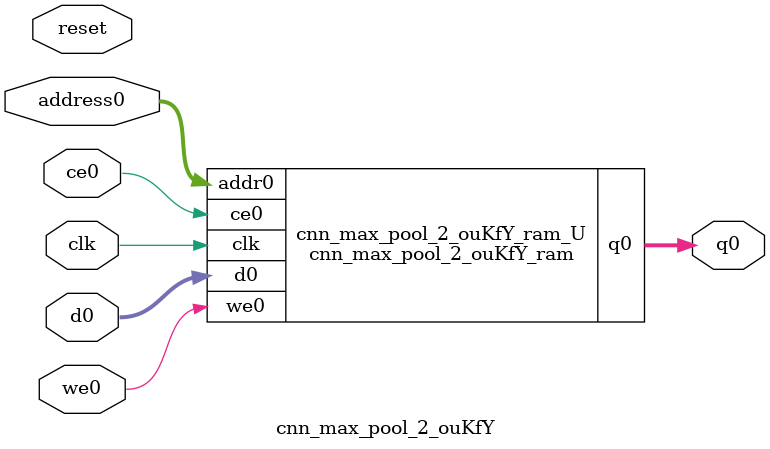
<source format=v>
`timescale 1 ns / 1 ps
module cnn_max_pool_2_ouKfY_ram (addr0, ce0, d0, we0, q0,  clk);

parameter DWIDTH = 14;
parameter AWIDTH = 9;
parameter MEM_SIZE = 400;

input[AWIDTH-1:0] addr0;
input ce0;
input[DWIDTH-1:0] d0;
input we0;
output reg[DWIDTH-1:0] q0;
input clk;

(* ram_style = "block" *)reg [DWIDTH-1:0] ram[0:MEM_SIZE-1];




always @(posedge clk)  
begin 
    if (ce0) 
    begin
        if (we0) 
        begin 
            ram[addr0] <= d0; 
        end 
        q0 <= ram[addr0];
    end
end


endmodule

`timescale 1 ns / 1 ps
module cnn_max_pool_2_ouKfY(
    reset,
    clk,
    address0,
    ce0,
    we0,
    d0,
    q0);

parameter DataWidth = 32'd14;
parameter AddressRange = 32'd400;
parameter AddressWidth = 32'd9;
input reset;
input clk;
input[AddressWidth - 1:0] address0;
input ce0;
input we0;
input[DataWidth - 1:0] d0;
output[DataWidth - 1:0] q0;



cnn_max_pool_2_ouKfY_ram cnn_max_pool_2_ouKfY_ram_U(
    .clk( clk ),
    .addr0( address0 ),
    .ce0( ce0 ),
    .we0( we0 ),
    .d0( d0 ),
    .q0( q0 ));

endmodule


</source>
